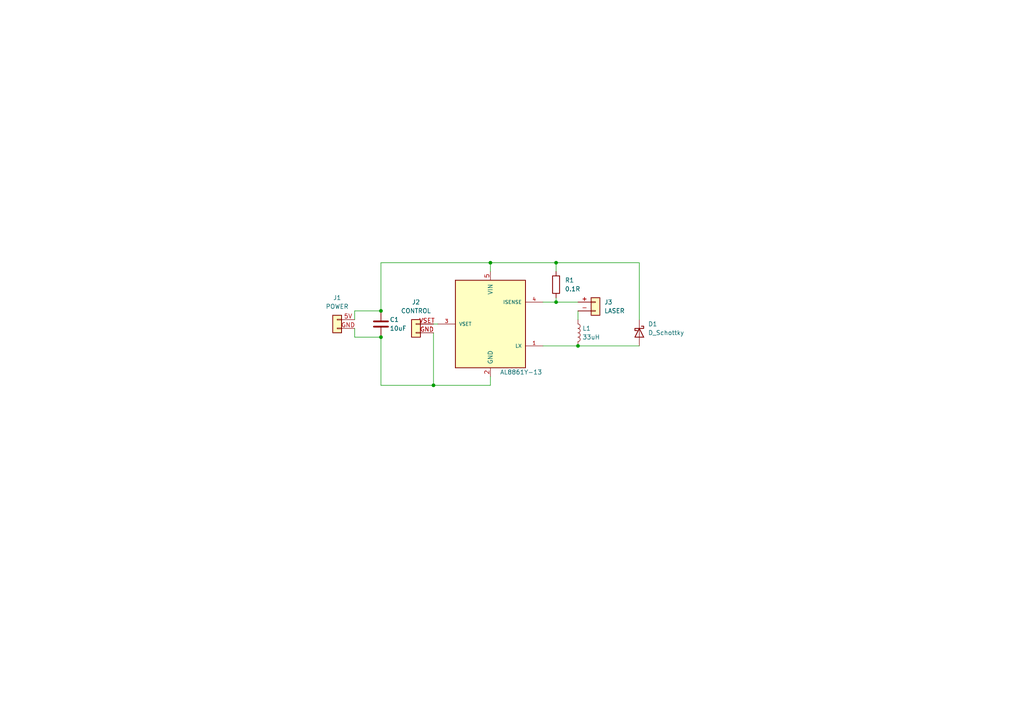
<source format=kicad_sch>
(kicad_sch (version 20211123) (generator eeschema)
  (paper "A4")
  (lib_symbols
    (symbol "AL8861Y-13:AL8861Y-13" (pin_names (offset 1.016))
      (property "Reference" "U0" (at 8.89 17.78 0))
      (property "Value" "AL8861Y-13" (at 8.89 15.24 0))
      (symbol "AL8861Y-13_0_0"
        (rectangle (start -10.16 -12.7) (end 10.16 12.7) (stroke (width 0.254)) (fill (type background)))
        (pin passive line (at 15.24 -6.35 180) (length 5.08) (name "LX") (number "1"))
        (pin input line (at -15.24 0 0) (length 5.08) (name "VSET") (number "3"))
        (pin passive line (at 15.24 6.35 180) (length 5.08) (name "ISENSE") (number "4"))
      )
      (symbol "AL8861Y-13_1_1"
        (pin input line (at 0 -15.24 90) (length 2.54) (name "GND") (number "2"))
        (pin input line (at 0 15.24 270) (length 2.54) (name "VIN") (number "5"))
      )
    )
    (symbol "Conn_01x02_1" (pin_names (offset 1.016) hide)
      (property "Reference" "J1" (at 2.54 0.0001 0))
      (property "Value" "Conn_01x02_1" (at 2.54 -2.5399 0))
      (symbol "Conn_01x02_1_1_1"
        (rectangle (start -1.27 -2.413) (end 0 -2.667) (stroke (width 0.1524)))
        (rectangle (start -1.27 0.127) (end 0 -0.127) (stroke (width 0.1524)))
        (rectangle (start -1.27 1.27) (end 1.27 -3.81) (stroke (width 0.254)) (fill (type background)))
        (pin passive line (at -5.08 0 0) (length 3.81) (name "VCC") (number "5V"))
        (pin passive line (at -5.08 -2.54 0) (length 3.81) (name "GND") (number "GND"))
      )
    )
    (symbol "Conn_01x02_2" (pin_names (offset 1.016) hide)
      (property "Reference" "J?" (at 0 6.35 0))
      (property "Value" "Conn_01x02" (at 0 3.81 0))
      (symbol "Conn_01x02_2_1_1"
        (rectangle (start -1.27 -2.413) (end 0 -2.667) (stroke (width 0.1524)))
        (rectangle (start -1.27 0.127) (end 0 -0.127) (stroke (width 0.1524)))
        (rectangle (start -1.27 1.27) (end 1.27 -3.81) (stroke (width 0.254)) (fill (type background)))
        (pin passive line (at -5.08 -2.54 0) (length 3.81) (name "GND") (number "GND"))
        (pin passive line (at -5.08 0 0) (length 3.81) (name "VSET") (number "VSET"))
      )
    )
    (symbol "Connector_Generic:Conn_01x02" (pin_names (offset 1.016) hide)
      (property "Reference" "J3" (at 2.54 0.0001 0))
      (property "Value" "LASER" (at 2.54 -2.5399 0))
      (symbol "Conn_01x02_1_1"
        (rectangle (start -1.27 -2.413) (end 0 -2.667) (stroke (width 0.1524)))
        (rectangle (start -1.27 0.127) (end 0 -0.127) (stroke (width 0.1524)))
        (rectangle (start -1.27 1.27) (end 1.27 -3.81) (stroke (width 0.254)) (fill (type background)))
        (pin passive line (at -5.08 0 0) (length 3.81) (name "LASER+") (number "+"))
        (pin passive line (at -5.08 -2.54 0) (length 3.81) (name "LASER-") (number "-"))
      )
    )
    (symbol "Device:C" (pin_numbers hide) (pin_names (offset 0.254))
      (property "Reference" "C" (at 0.635 2.54 0))
      (property "Value" "C" (at 0.635 -2.54 0))
      (symbol "C_0_1"
        (polyline (pts (xy -2.032 -0.762) (xy 2.032 -0.762)) (stroke (width 0.508)))
        (polyline (pts (xy -2.032 0.762) (xy 2.032 0.762)) (stroke (width 0.508)))
      )
      (symbol "C_1_1"
        (pin passive line (at 0 3.81 270) (length 2.794) (name "~") (number "1"))
        (pin passive line (at 0 -3.81 90) (length 2.794) (name "~") (number "2"))
      )
    )
    (symbol "Device:D_Schottky" (pin_numbers hide) (pin_names (offset 1.016) hide)
      (property "Reference" "D" (at 0 2.54 0))
      (property "Value" "D_Schottky" (at 0 -2.54 0))
      (symbol "D_Schottky_0_1"
        (polyline (pts (xy 1.27 0) (xy -1.27 0)))
        (polyline (pts (xy 1.27 1.27) (xy 1.27 -1.27) (xy -1.27 0) (xy 1.27 1.27)) (stroke (width 0.254)))
        (polyline (pts (xy -1.905 0.635) (xy -1.905 1.27) (xy -1.27 1.27) (xy -1.27 -1.27) (xy -0.635 -1.27) (xy -0.635 -0.635)) (stroke (width 0.254)))
      )
      (symbol "D_Schottky_1_1"
        (pin passive line (at -3.81 0 0) (length 2.54) (name "K") (number "1"))
        (pin passive line (at 3.81 0 180) (length 2.54) (name "A") (number "2"))
      )
    )
    (symbol "Device:L" (pin_numbers hide) (pin_names (offset 1.016) hide)
      (property "Reference" "L" (at -1.27 0 90))
      (property "Value" "L" (at 1.905 0 90))
      (symbol "L_0_1"
        (arc (start 0 -2.54) (mid 0.635 -1.905) (end 0 -1.27))
        (arc (start 0 -1.27) (mid 0.635 -0.635) (end 0 0))
        (arc (start 0 0) (mid 0.635 0.635) (end 0 1.27))
        (arc (start 0 1.27) (mid 0.635 1.905) (end 0 2.54))
      )
      (symbol "L_1_1"
        (pin passive line (at 0 3.81 270) (length 1.27) (name "1") (number "1"))
        (pin passive line (at 0 -3.81 90) (length 1.27) (name "2") (number "2"))
      )
    )
    (symbol "Device:R" (pin_numbers hide) (pin_names (offset 0))
      (property "Reference" "R" (at 2.032 0 90))
      (property "Value" "R" (at 0 0 90))
      (symbol "R_0_1"
        (rectangle (start -1.016 -2.54) (end 1.016 2.54) (stroke (width 0.254)))
      )
      (symbol "R_1_1"
        (pin passive line (at 0 3.81 270) (length 1.27) (name "~") (number "1"))
        (pin passive line (at 0 -3.81 90) (length 1.27) (name "~") (number "2"))
      )
    )
  )
  (junction (at 110.49 90.17))
  (junction (at 161.29 76.2))
  (junction (at 125.73 111.76))
  (junction (at 110.49 97.79))
  (junction (at 142.24 76.2))
  (junction (at 167.64 100.33))
  (junction (at 161.29 87.63))
  (wire (pts (xy 102.87 92.71) (xy 102.87 90.17)))
  (wire (pts (xy 167.64 90.17) (xy 167.64 92.71)))
  (wire (pts (xy 185.42 92.71) (xy 185.42 76.2)))
  (wire (pts (xy 157.48 100.33) (xy 167.64 100.33)))
  (wire (pts (xy 102.87 90.17) (xy 110.49 90.17)))
  (wire (pts (xy 110.49 76.2) (xy 142.24 76.2)))
  (wire (pts (xy 161.29 76.2) (xy 161.29 78.74)))
  (wire (pts (xy 110.49 97.79) (xy 110.49 111.76)))
  (wire (pts (xy 167.64 100.33) (xy 185.42 100.33)))
  (wire (pts (xy 161.29 87.63) (xy 167.64 87.63)))
  (wire (pts (xy 161.29 87.63) (xy 161.29 86.36)))
  (wire (pts (xy 185.42 76.2) (xy 161.29 76.2)))
  (wire (pts (xy 125.73 111.76) (xy 142.24 111.76)))
  (wire (pts (xy 142.24 111.76) (xy 142.24 109.22)))
  (wire (pts (xy 142.24 76.2) (xy 161.29 76.2)))
  (wire (pts (xy 142.24 76.2) (xy 142.24 78.74)))
  (wire (pts (xy 125.73 96.52) (xy 125.73 111.76)))
  (wire (pts (xy 125.73 93.98) (xy 127 93.98)))
  (wire (pts (xy 110.49 90.17) (xy 110.49 76.2)))
  (wire (pts (xy 102.87 95.25) (xy 102.87 97.79)))
  (wire (pts (xy 157.48 87.63) (xy 161.29 87.63)))
  (wire (pts (xy 110.49 111.76) (xy 125.73 111.76)))
  (wire (pts (xy 102.87 97.79) (xy 110.49 97.79)))
  (symbol (lib_id "Connector_Generic:Conn_01x02") (at 172.72 87.63 0) (unit 1)
    (property "Reference" "J3" (at 175.26 87.6299 0) (effects (justify left)))
    (property "Value" "LASER" (at 175.26 90.1699 0) (effects (justify left)))
  )
  (symbol (lib_id "Device:R") (at 161.29 82.55 0) (unit 1)
    (property "Reference" "R1" (at 163.83 81.2799 0) (effects (justify left)))
    (property "Value" "0.1R" (at 163.83 83.8199 0) (effects (justify left)))
  )
  (symbol (lib_id "AL8861Y-13:AL8861Y-13") (at 142.24 93.98 0) (unit 1)
    (property "Reference" "U0" (effects hide))
    (property "Value" "AL8861Y-13" (at 151.13 107.95 0))
    (property "Footprint" "CONV_AL8861Y-13" (effects hide))
    (property "STANDARD" "Manufacturer Recommendations" (effects hide))
    (property "PARTREV" "3-2" (effects hide))
    (property "MANUFACTURER" "DIODES INCORPORATED" (effects hide))
  )
  (symbol (lib_id "Device:L") (at 167.64 96.52 0) (unit 1)
    (property "Reference" "L1" (at 168.91 95.2499 0) (effects (justify left)))
    (property "Value" "33uH" (at 168.91 97.7899 0) (effects (justify left)))
  )
  (symbol (lib_name "Conn_01x02_1") (lib_id "Connector_Generic:Conn_01x02") (at 97.79 92.71 0) (mirror y) (unit 1)
    (property "Reference" "J1" (at 97.79 86.36 0))
    (property "Value" "POWER" (at 97.79 88.9 0))
  )
  (symbol (lib_name "Conn_01x02_2") (lib_id "Connector_Generic:Conn_01x02") (at 120.65 93.98 0) (mirror y) (unit 1)
    (property "Reference" "J2" (at 120.65 87.63 0))
    (property "Value" "CONTROL" (at 120.65 90.17 0))
  )
  (symbol (lib_id "Device:C") (at 110.49 93.98 0) (unit 1)
    (property "Reference" "C1" (at 113.03 92.71 0) (effects (justify left)))
    (property "Value" "10uF" (at 113.03 95.25 0) (effects (justify left)))
  )
  (symbol (lib_id "Device:D_Schottky") (at 185.42 96.52 270) (unit 1)
    (property "Reference" "D1" (at 187.96 93.98 90) (effects (justify left)))
    (property "Value" "D_Schottky" (at 187.96 96.52 90) (effects (justify left)))
  )
)
</source>
